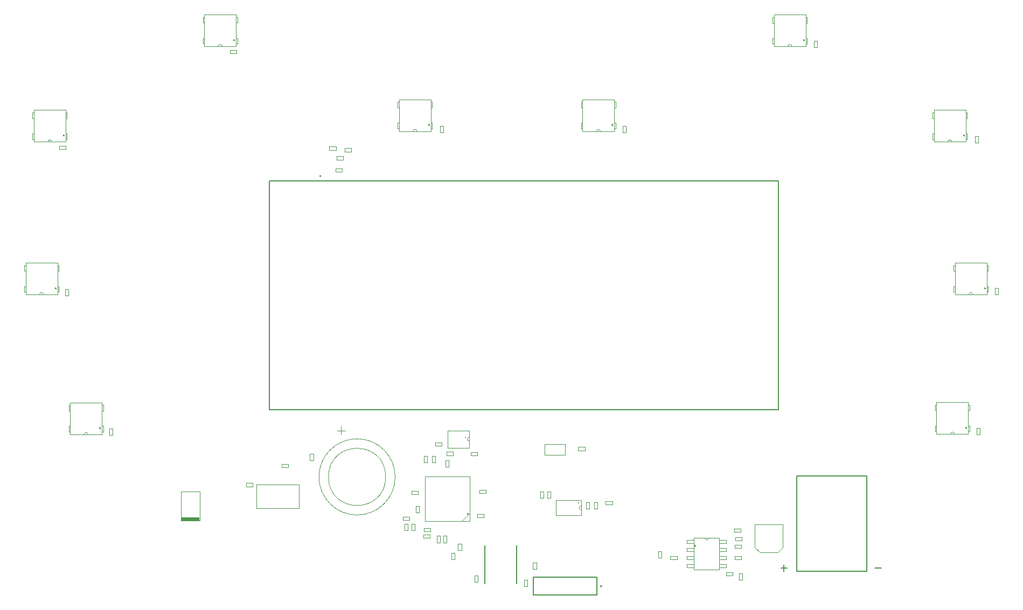
<source format=gbr>
%TF.GenerationSoftware,Altium Limited,Altium Designer,24.6.1 (21)*%
G04 Layer_Color=16711935*
%FSLAX45Y45*%
%MOMM*%
%TF.SameCoordinates,D6E34864-ACFE-43FA-A01B-F9739AC3D18D*%
%TF.FilePolarity,Positive*%
%TF.FileFunction,Other,Mechanical_13*%
%TF.Part,Single*%
G01*
G75*
%TA.AperFunction,NonConductor*%
%ADD35C,0.20000*%
%ADD52C,0.00000*%
%ADD54C,0.12700*%
%ADD56C,0.09000*%
%ADD79C,0.10000*%
%ADD80C,0.02540*%
%ADD81R,2.92000X0.61870*%
D35*
X-3105390Y9952010D02*
G03*
X-3105390Y9952010I-10000J0D01*
G01*
X1306810Y3504410D02*
G03*
X1306810Y3504410I-10000J0D01*
G01*
D52*
X2927830Y4262600D02*
G03*
X2988790Y4262600I30480J0D01*
G01*
X6849590Y5895820D02*
G03*
X6788630Y5895820I-30480J0D01*
G01*
X7141690Y8091720D02*
G03*
X7080730Y8091720I-30480J0D01*
G01*
X6811490Y10491720D02*
G03*
X6750530Y10491720I-30480J0D01*
G01*
X4296890Y11991720D02*
G03*
X4235930Y11991720I-30480J0D01*
G01*
X1286990Y10658320D02*
G03*
X1226030Y10658320I-30480J0D01*
G01*
X-1595910D02*
G03*
X-1656870Y10658320I-30480J0D01*
G01*
X-4656610Y11991820D02*
G03*
X-4717570Y11991820I-30480J0D01*
G01*
X-7336310Y10491720D02*
G03*
X-7397270Y10491720I-30480J0D01*
G01*
X-7463310Y8091720D02*
G03*
X-7524270Y8091720I-30480J0D01*
G01*
X-6764810Y5891720D02*
G03*
X-6825770Y5891720I-30480J0D01*
G01*
X-1937350Y5222911D02*
G03*
X-1937350Y5222911I-599440J0D01*
G01*
X-2087210D02*
G03*
X-2087210Y5222911I-449580J0D01*
G01*
X986000Y4766790D02*
G03*
X986000Y4705830I0J-30480D01*
G01*
X951730Y4813780D02*
G03*
X951730Y4813780I-7620J0D01*
G01*
X-770410Y5846290D02*
G03*
X-770410Y5785330I0J-30480D01*
G01*
X-822970Y5840810D02*
G03*
X-822970Y5840810I-7620J0D01*
G01*
D54*
X-3915390Y9877010D02*
X4084610D01*
Y6277010D02*
Y9877010D01*
X-3915390Y6277010D02*
X4084610D01*
X-3915390D02*
Y9877010D01*
X5474010Y3739210D02*
Y5239210D01*
X4174010Y3739210D02*
Y3839210D01*
X4124010Y3789210D02*
X4224010D01*
X5599010D02*
X5699010D01*
X4374010Y3739210D02*
Y5239210D01*
Y3739210D02*
X5474010D01*
X4374010Y5239210D02*
X5474010D01*
X-30190Y3547310D02*
Y4147310D01*
X-530190Y3547310D02*
Y4147310D01*
X1231810Y3364410D02*
Y3644410D01*
X231810Y3364410D02*
X1231810D01*
X231810D02*
Y3644410D01*
X1231810D01*
D56*
X2765270Y4152972D02*
X2785264Y4132979D01*
X2765270D02*
X2785264Y4152972D01*
X2765270Y4142975D02*
X2785264D01*
X2775267Y4132979D02*
Y4152972D01*
X7043900Y5989039D02*
X7023907Y6009032D01*
X7043900D02*
X7023907Y5989039D01*
X7043900Y5999035D02*
X7023907D01*
X7033904Y6009032D02*
Y5989039D01*
X7336000Y8184939D02*
X7316007Y8204932D01*
X7336000D02*
X7316007Y8184939D01*
X7336000Y8194935D02*
X7316007D01*
X7326004Y8204932D02*
Y8184939D01*
X7005800Y10584938D02*
X6985807Y10604932D01*
X7005800D02*
X6985807Y10584938D01*
X7005800Y10594935D02*
X6985807D01*
X6995804Y10604932D02*
Y10584938D01*
X4491200Y12084938D02*
X4471207Y12104932D01*
X4491200D02*
X4471207Y12084938D01*
X4491200Y12094935D02*
X4471207D01*
X4481204Y12104932D02*
Y12084938D01*
X1481300Y10751539D02*
X1461307Y10771532D01*
X1481300D02*
X1461307Y10751539D01*
X1481300Y10761535D02*
X1461307D01*
X1471304Y10771532D02*
Y10751539D01*
X-1401600D02*
X-1421593Y10771532D01*
X-1401600D02*
X-1421593Y10751539D01*
X-1401600Y10761535D02*
X-1421593D01*
X-1411596Y10771532D02*
Y10751539D01*
X-4462300Y12085039D02*
X-4482293Y12105032D01*
X-4462300D02*
X-4482293Y12085039D01*
X-4462300Y12095035D02*
X-4482293D01*
X-4472296Y12105032D02*
Y12085039D01*
X-7142000Y10584938D02*
X-7161993Y10604932D01*
X-7142000D02*
X-7161993Y10584938D01*
X-7142000Y10594935D02*
X-7161993D01*
X-7151996Y10604932D02*
Y10584938D01*
X-7269000Y8184939D02*
X-7288993Y8204932D01*
X-7269000D02*
X-7288993Y8184939D01*
X-7269000Y8194935D02*
X-7288993D01*
X-7278996Y8204932D02*
Y8184939D01*
X-6570500Y5984938D02*
X-6590493Y6004932D01*
X-6570500D02*
X-6590493Y5984938D01*
X-6570500Y5994935D02*
X-6590493D01*
X-6580496Y6004932D02*
Y5984938D01*
X-786920Y4634519D02*
X-806913Y4654512D01*
X-786920D02*
X-806913Y4634519D01*
X-786920Y4644515D02*
X-806913D01*
X-796916Y4654512D02*
Y4634519D01*
D79*
X-1183200Y4189300D02*
Y4294300D01*
X-1128200Y4189300D02*
Y4294300D01*
X-1183200Y4189300D02*
X-1128200D01*
X-1183200Y4294300D02*
X-1128200D01*
X-1284800Y4189300D02*
Y4294300D01*
X-1229800Y4189300D02*
Y4294300D01*
X-1284800Y4189300D02*
X-1229800D01*
X-1284800Y4294300D02*
X-1229800D01*
X-1492500Y4266600D02*
Y4318600D01*
X-1389500Y4266600D02*
Y4318600D01*
X-1492500D02*
X-1389500D01*
X-1492500Y4266600D02*
X-1389500D01*
X-1486600Y4368200D02*
Y4420200D01*
X-1383600Y4368200D02*
Y4420200D01*
X-1486600D02*
X-1383600D01*
X-1486600Y4368200D02*
X-1383600D01*
X2247710Y3948210D02*
Y4051210D01*
X2195710Y3948210D02*
Y4051210D01*
X2247710D01*
X2195710Y3948210D02*
X2247710D01*
X2385110Y3921410D02*
Y3976410D01*
X2490110Y3921410D02*
Y3976410D01*
X2385110D02*
X2490110D01*
X2385110Y3921410D02*
X2490110D01*
X3366410Y3667410D02*
Y3722410D01*
X3261410Y3667410D02*
Y3722410D01*
Y3667410D02*
X3366410D01*
X3261410Y3722410D02*
X3366410D01*
X3517710Y3605310D02*
Y3708310D01*
X3465710Y3605310D02*
Y3708310D01*
X3517710D01*
X3465710Y3605310D02*
X3517710D01*
X3402110Y3974910D02*
X3505110D01*
X3402110Y3922910D02*
X3505110D01*
X3402110D02*
Y3974910D01*
X3505110Y3922910D02*
Y3974910D01*
X3402110Y4152710D02*
X3505110D01*
X3402110Y4100710D02*
X3505110D01*
X3402110D02*
Y4152710D01*
X3505110Y4100710D02*
Y4152710D01*
X3406587Y4270910D02*
X3509587D01*
X3406587Y4218910D02*
X3509587D01*
X3406587D02*
Y4270910D01*
X3509587Y4218910D02*
Y4270910D01*
X3388410Y4353210D02*
Y4408210D01*
X3493410Y4353210D02*
Y4408210D01*
X3388410D02*
X3493410D01*
X3388410Y4353210D02*
X3493410D01*
X4156210Y4113711D02*
Y4473710D01*
X3716210Y4113710D02*
Y4478710D01*
X3796210Y4033710D02*
X4076210D01*
X4156210Y4113711D01*
X3716210Y4478710D02*
X4156210Y4473710D01*
X3716210Y4113710D02*
X3796210Y4033710D01*
X7251510Y5891310D02*
Y5994310D01*
X7199510Y5891310D02*
Y5994310D01*
X7251510D01*
X7199510Y5891310D02*
X7251510D01*
X7543610Y8088410D02*
Y8191410D01*
X7491610Y8088410D02*
Y8191410D01*
X7543610D01*
X7491610Y8088410D02*
X7543610D01*
X7226110Y10476010D02*
Y10579010D01*
X7174110Y10476010D02*
Y10579010D01*
X7226110D01*
X7174110Y10476010D02*
X7226110D01*
X4646810Y11974610D02*
X4698810D01*
Y12077610D01*
X4646810Y11974610D02*
Y12077610D01*
X4698810D01*
X1688910Y10641110D02*
Y10744110D01*
X1636910Y10641110D02*
Y10744110D01*
X1688910D01*
X1636910Y10641110D02*
X1688910D01*
X-1181290D02*
Y10744110D01*
X-1233290Y10641110D02*
Y10744110D01*
X-1181290D01*
X-1233290Y10641110D02*
X-1181290D01*
X-4535390Y11885810D02*
X-4432390D01*
X-4535390Y11937810D02*
X-4432390D01*
Y11885810D02*
Y11937810D01*
X-4535390Y11885810D02*
Y11937810D01*
X-7215090Y10374510D02*
X-7112090D01*
X-7215090Y10426510D02*
X-7112090D01*
Y10374510D02*
Y10426510D01*
X-7215090Y10374510D02*
Y10426510D01*
X-7074090Y8075710D02*
Y8178710D01*
X-7126090Y8075710D02*
Y8178710D01*
X-7074090D01*
X-7126090Y8075710D02*
X-7074090D01*
X-5302990Y4531710D02*
Y4991710D01*
X-5010990Y4531710D02*
Y4991710D01*
X-5302990Y4531710D02*
X-5010990D01*
X-5302990Y4991710D02*
X-5010990D01*
X-4283190Y5071610D02*
X-4180190D01*
X-4283190Y5123610D02*
X-4180190D01*
Y5071610D02*
Y5123610D01*
X-4283190Y5071610D02*
Y5123610D01*
X-4119600Y4729900D02*
Y5099900D01*
X-3449600Y4729900D02*
Y5099900D01*
X-4119600Y4729900D02*
X-3449600D01*
X-4119600Y5099900D02*
X-3449600D01*
X-3721800Y5423500D02*
X-3618800D01*
X-3721800Y5371500D02*
X-3618800D01*
X-3721800D02*
Y5423500D01*
X-3618800Y5371500D02*
Y5423500D01*
X-3279490Y5588910D02*
X-3224490D01*
X-3279490Y5483910D02*
X-3224490D01*
Y5588910D01*
X-3279490Y5483910D02*
Y5588910D01*
X-750790Y5613210D02*
X-647790D01*
X-750790Y5561210D02*
X-647790D01*
X-750790D02*
Y5613210D01*
X-647790Y5561210D02*
Y5613210D01*
X-1309590Y5765610D02*
X-1206590D01*
X-1309590Y5713610D02*
X-1206590D01*
X-1309590D02*
Y5765610D01*
X-1206590Y5713610D02*
Y5765610D01*
X-1132790Y5559710D02*
Y5614710D01*
X-1027790Y5559710D02*
Y5614710D01*
X-1132790D02*
X-1027790D01*
X-1132790Y5559710D02*
X-1027790D01*
X-1144390Y5383310D02*
Y5486310D01*
X-1092390Y5383310D02*
Y5486310D01*
X-1144390Y5383310D02*
X-1092390D01*
X-1144390Y5486310D02*
X-1092390D01*
X-1360290Y5446810D02*
Y5549810D01*
X-1308290Y5446810D02*
Y5549810D01*
X-1360290Y5446810D02*
X-1308290D01*
X-1360290Y5549810D02*
X-1308290D01*
X-1487290D02*
X-1435290D01*
X-1487290Y5446810D02*
Y5549810D01*
X-1435290Y5446810D02*
Y5549810D01*
X-1487290Y5446810D02*
X-1435290D01*
X-1677890Y4951610D02*
Y5003610D01*
Y4951610D02*
X-1574890D01*
X-1677890Y5003610D02*
X-1574890D01*
Y4951610D02*
Y5003610D01*
X-1614290Y4659410D02*
Y4762410D01*
X-1562290Y4659410D02*
Y4762410D01*
X-1614290Y4659410D02*
X-1562290D01*
X-1614290Y4762410D02*
X-1562290D01*
X-1816800Y4546000D02*
X-1713800D01*
X-1816800Y4598000D02*
X-1713800D01*
Y4546000D02*
Y4598000D01*
X-1816800Y4546000D02*
Y4598000D01*
X-1791300Y4380800D02*
X-1739300D01*
X-1791300Y4483800D02*
X-1739300D01*
X-1791300Y4380800D02*
Y4483800D01*
X-1739300Y4380800D02*
Y4483800D01*
X-1625000Y4380800D02*
Y4483800D01*
X-1677000Y4380800D02*
Y4483800D01*
X-1625000D01*
X-1677000Y4380800D02*
X-1625000D01*
X-1002700Y3923600D02*
Y4026600D01*
X-1054700Y3923600D02*
Y4026600D01*
X-1002700D01*
X-1054700Y3923600D02*
X-1002700D01*
X-948683Y4068610D02*
X-896683D01*
Y4171610D01*
X-948683Y4068610D02*
Y4171610D01*
X-896683D01*
X-687190Y3567210D02*
X-635190D01*
X-687190Y3670210D02*
X-635190D01*
X-687190Y3567210D02*
Y3670210D01*
X-635190Y3567210D02*
Y3670210D01*
X141010Y3502710D02*
Y3607710D01*
X86010Y3502710D02*
Y3607710D01*
X141010D01*
X86010Y3502710D02*
X141010D01*
X280710Y3769410D02*
Y3874410D01*
X225710Y3769410D02*
Y3874410D01*
X280710D01*
X225710Y3769410D02*
X280710D01*
X408210Y5733210D02*
X733210D01*
X408210Y5568210D02*
X733210D01*
X408210D02*
Y5733210D01*
X733210Y5568210D02*
Y5733210D01*
X1042310Y5635910D02*
Y5690910D01*
X937310Y5635910D02*
Y5690910D01*
Y5635910D02*
X1042310D01*
X937310Y5690910D02*
X1042310D01*
X1369110Y4785010D02*
Y4840010D01*
X1474110Y4785010D02*
Y4840010D01*
X1369110D02*
X1474110D01*
X1369110Y4785010D02*
X1474110D01*
X1244410Y4722910D02*
Y4825910D01*
X1192410Y4722910D02*
Y4825910D01*
X1244410D01*
X1192410Y4722910D02*
X1244410D01*
X1065410D02*
Y4825910D01*
X1117410Y4722910D02*
Y4825910D01*
X1065410Y4722910D02*
X1117410D01*
X1065410Y4825910D02*
X1117410D01*
X455810Y4888010D02*
Y4991010D01*
X507810Y4888010D02*
Y4991010D01*
X455810Y4888010D02*
X507810D01*
X455810Y4991010D02*
X507810D01*
X393510Y4888010D02*
Y4991010D01*
X341510Y4888010D02*
Y4991010D01*
X393510D01*
X341510Y4888010D02*
X393510D01*
X-508090Y4964310D02*
Y5016310D01*
X-611090Y4964310D02*
Y5016310D01*
Y4964310D02*
X-508090D01*
X-611090Y5016310D02*
X-508090D01*
X-2859990Y10262910D02*
X-2754990D01*
X-2859990Y10207910D02*
X-2754990D01*
X-2859990D02*
Y10262910D01*
X-2754990Y10207910D02*
Y10262910D01*
X-2768690Y10018910D02*
Y10070910D01*
X-2871690Y10018910D02*
Y10070910D01*
Y10018910D02*
X-2768690D01*
X-2871690Y10070910D02*
X-2768690D01*
X-2732990Y10389910D02*
X-2627990D01*
X-2732990Y10334910D02*
X-2627990D01*
X-2732990D02*
Y10389910D01*
X-2627990Y10334910D02*
Y10389910D01*
X-2974290Y10415310D02*
X-2869290D01*
X-2974290Y10360310D02*
X-2869290D01*
X-2974290D02*
Y10415310D01*
X-2869290Y10360310D02*
Y10415310D01*
X-546190Y4583310D02*
Y4635310D01*
X-649190Y4583310D02*
Y4635310D01*
Y4583310D02*
X-546190D01*
X-649190Y4635310D02*
X-546190D01*
X-6427590Y5878610D02*
X-6375590D01*
X-6427590Y5981610D02*
X-6375590D01*
X-6427590Y5878610D02*
Y5981610D01*
X-6375590Y5878610D02*
Y5981610D01*
D80*
X2648430Y3796510D02*
X2758920D01*
X2648430D02*
Y3847310D01*
X2758920D01*
Y3796510D02*
Y3847310D01*
X2648430Y3923510D02*
X2758920D01*
X2648430D02*
Y3974310D01*
X2758920D01*
Y3923510D02*
Y3974310D01*
X2648430Y4050510D02*
X2758920D01*
X2648430D02*
Y4101310D01*
X2758920D01*
Y4050510D02*
Y4101310D01*
X2648430Y4177510D02*
X2758920D01*
X2648430D02*
Y4228310D01*
X2758920D01*
Y4177510D02*
Y4228310D01*
Y3762220D02*
Y4262600D01*
X3157700D01*
Y3762220D02*
Y4262600D01*
X2758920Y3762220D02*
X3157700D01*
Y4228310D02*
X3268190D01*
Y4177510D02*
Y4228310D01*
X3157700Y4177510D02*
X3268190D01*
X3157700D02*
Y4228310D01*
Y4101310D02*
X3268190D01*
Y4050510D02*
Y4101310D01*
X3157700Y4050510D02*
X3268190D01*
X3157700D02*
Y4101310D01*
Y3974310D02*
X3268190D01*
Y3923510D02*
Y3974310D01*
X3157700Y3923510D02*
X3268190D01*
X3157700D02*
Y3974310D01*
Y3847310D02*
X3268190D01*
Y3796510D02*
Y3847310D01*
X3157700Y3796510D02*
X3268190D01*
X3157700D02*
Y3847310D01*
X7069300Y5895820D02*
Y6396200D01*
X6568920Y5895820D02*
X7069300D01*
X6568920D02*
Y6396200D01*
X7069300D01*
X6548600Y5936560D02*
X6568920D01*
X6548600D02*
Y6025460D01*
X6568920D01*
Y5936560D02*
Y6025460D01*
X6548600Y6266560D02*
X6568920D01*
X6548600D02*
Y6355460D01*
X6568920D01*
Y6266560D02*
Y6355460D01*
X7069300D02*
X7089620D01*
Y6266560D02*
Y6355460D01*
X7069300Y6266560D02*
X7089620D01*
X7069300D02*
Y6355460D01*
Y6025460D02*
X7089620D01*
Y5936560D02*
Y6025460D01*
X7069300Y5936560D02*
X7089620D01*
X7069300D02*
Y6025460D01*
X7361400Y8091720D02*
Y8592100D01*
X6861020Y8091720D02*
X7361400D01*
X6861020D02*
Y8592100D01*
X7361400D01*
X6840700Y8132460D02*
X6861020D01*
X6840700D02*
Y8221360D01*
X6861020D01*
Y8132460D02*
Y8221360D01*
X6840700Y8462460D02*
X6861020D01*
X6840700D02*
Y8551360D01*
X6861020D01*
Y8462460D02*
Y8551360D01*
X7361400D02*
X7381720D01*
Y8462460D02*
Y8551360D01*
X7361400Y8462460D02*
X7381720D01*
X7361400D02*
Y8551360D01*
Y8221360D02*
X7381720D01*
Y8132460D02*
Y8221360D01*
X7361400Y8132460D02*
X7381720D01*
X7361400D02*
Y8221360D01*
X7031200Y10532460D02*
Y10621360D01*
Y10532460D02*
X7051520D01*
Y10621360D01*
X7031200D02*
X7051520D01*
X7031200Y10862460D02*
Y10951360D01*
Y10862460D02*
X7051520D01*
Y10951360D01*
X7031200D02*
X7051520D01*
X6530820Y10862460D02*
Y10951360D01*
X6510500D02*
X6530820D01*
X6510500Y10862460D02*
Y10951360D01*
Y10862460D02*
X6530820D01*
Y10532460D02*
Y10621360D01*
X6510500D02*
X6530820D01*
X6510500Y10532460D02*
Y10621360D01*
Y10532460D02*
X6530820D01*
Y10992100D02*
X7031200D01*
X6530820Y10491720D02*
Y10992100D01*
Y10491720D02*
X7031200D01*
Y10992100D01*
X4516600Y11991720D02*
Y12492100D01*
X4016220Y11991720D02*
X4516600D01*
X4016220D02*
Y12492100D01*
X4516600D01*
X3995900Y12032460D02*
X4016220D01*
X3995900D02*
Y12121360D01*
X4016220D01*
Y12032460D02*
Y12121360D01*
X3995900Y12362460D02*
X4016220D01*
X3995900D02*
Y12451360D01*
X4016220D01*
Y12362460D02*
Y12451360D01*
X4516600D02*
X4536920D01*
Y12362460D02*
Y12451360D01*
X4516600Y12362460D02*
X4536920D01*
X4516600D02*
Y12451360D01*
Y12121360D02*
X4536920D01*
Y12032460D02*
Y12121360D01*
X4516600Y12032460D02*
X4536920D01*
X4516600D02*
Y12121360D01*
X1506700Y10658320D02*
Y11158700D01*
X1006320Y10658320D02*
X1506700D01*
X1006320D02*
Y11158700D01*
X1506700D01*
X986000Y10699060D02*
X1006320D01*
X986000D02*
Y10787960D01*
X1006320D01*
Y10699060D02*
Y10787960D01*
X986000Y11029060D02*
X1006320D01*
X986000D02*
Y11117960D01*
X1006320D01*
Y11029060D02*
Y11117960D01*
X1506700D02*
X1527020D01*
Y11029060D02*
Y11117960D01*
X1506700Y11029060D02*
X1527020D01*
X1506700D02*
Y11117960D01*
Y10787960D02*
X1527020D01*
Y10699060D02*
Y10787960D01*
X1506700Y10699060D02*
X1527020D01*
X1506700D02*
Y10787960D01*
X-1376200Y10658320D02*
Y11158700D01*
X-1876580Y10658320D02*
X-1376200D01*
X-1876580D02*
Y11158700D01*
X-1376200D01*
X-1896900Y10699060D02*
X-1876580D01*
X-1896900D02*
Y10787960D01*
X-1876580D01*
Y10699060D02*
Y10787960D01*
X-1896900Y11029060D02*
X-1876580D01*
X-1896900D02*
Y11117960D01*
X-1876580D01*
Y11029060D02*
Y11117960D01*
X-1376200D02*
X-1355880D01*
Y11029060D02*
Y11117960D01*
X-1376200Y11029060D02*
X-1355880D01*
X-1376200D02*
Y11117960D01*
Y10787960D02*
X-1355880D01*
Y10699060D02*
Y10787960D01*
X-1376200Y10699060D02*
X-1355880D01*
X-1376200D02*
Y10787960D01*
X-4937280Y12492200D02*
X-4436900D01*
X-4957600Y12032560D02*
X-4937280D01*
X-4957600D02*
Y12121460D01*
X-4937280D01*
Y12032560D02*
Y12121460D01*
X-4957600Y12362560D02*
X-4937280D01*
X-4957600D02*
Y12451460D01*
X-4937280D01*
Y12362560D02*
Y12451460D01*
X-4436900D02*
X-4416580D01*
Y12362560D02*
Y12451460D01*
X-4436900Y12362560D02*
X-4416580D01*
X-4436900D02*
Y12451460D01*
Y12121460D02*
X-4416580D01*
Y12032560D02*
Y12121460D01*
X-4436900Y12032560D02*
X-4416580D01*
X-4436900D02*
Y12121460D01*
Y11991820D02*
Y12492200D01*
X-4937280Y11991820D02*
X-4436900D01*
X-4937280D02*
Y12492200D01*
X-7116600Y10862460D02*
Y10951360D01*
Y10621360D02*
X-7096280D01*
Y10532460D02*
Y10621360D01*
X-7116600Y10532460D02*
X-7096280D01*
X-7116600D02*
Y10621360D01*
Y10491720D02*
Y10992100D01*
X-7616980Y10491720D02*
X-7116600D01*
X-7616980D02*
Y10992100D01*
X-7116600D01*
X-7637300Y10532460D02*
X-7616980D01*
X-7637300D02*
Y10621360D01*
X-7616980D01*
Y10532460D02*
Y10621360D01*
X-7637300Y10862460D02*
X-7616980D01*
X-7637300D02*
Y10951360D01*
X-7616980D01*
Y10862460D02*
Y10951360D01*
X-7116600D02*
X-7096280D01*
Y10862460D02*
Y10951360D01*
X-7116600Y10862460D02*
X-7096280D01*
X-7243600Y8091720D02*
Y8592100D01*
X-7743980Y8091720D02*
X-7243600D01*
X-7743980D02*
Y8592100D01*
X-7243600D01*
X-7764300Y8132460D02*
X-7743980D01*
X-7764300D02*
Y8221360D01*
X-7743980D01*
Y8132460D02*
Y8221360D01*
X-7764300Y8462460D02*
X-7743980D01*
X-7764300D02*
Y8551360D01*
X-7743980D01*
Y8462460D02*
Y8551360D01*
X-7243600D02*
X-7223280D01*
Y8462460D02*
Y8551360D01*
X-7243600Y8462460D02*
X-7223280D01*
X-7243600D02*
Y8551360D01*
Y8221360D02*
X-7223280D01*
Y8132460D02*
Y8221360D01*
X-7243600Y8132460D02*
X-7223280D01*
X-7243600D02*
Y8221360D01*
X-6545100Y5891720D02*
Y6392100D01*
X-7045480Y5891720D02*
X-6545100D01*
X-7045480D02*
Y6392100D01*
X-6545100D01*
X-7065800Y5932460D02*
X-7045480D01*
X-7065800D02*
Y6021360D01*
X-7045480D01*
Y5932460D02*
Y6021360D01*
X-7065800Y6262460D02*
X-7045480D01*
X-7065800D02*
Y6351360D01*
X-7045480D01*
Y6262460D02*
Y6351360D01*
X-6545100D02*
X-6524780D01*
Y6262460D02*
Y6351360D01*
X-6545100Y6262460D02*
X-6524780D01*
X-6545100D02*
Y6351360D01*
Y6021360D02*
X-6524780D01*
Y5932460D02*
Y6021360D01*
X-6545100Y5932460D02*
X-6524780D01*
X-6545100D02*
Y6021360D01*
X-2786790Y5885851D02*
Y6012851D01*
X-2850290Y5949351D02*
X-2723290D01*
X-1029820Y4525490D02*
X-1006960D01*
X-1069820D02*
X-1046960D01*
X-1069820D02*
X-1046960D01*
X-1109820D02*
X-1086960D01*
X-1109820D02*
X-1086960D01*
X-1149820D02*
X-1126960D01*
X-1149820D02*
X-1126960D01*
X-1189820D02*
X-1166960D01*
X-1189820D02*
X-1166960D01*
X-1229820D02*
X-1206960D01*
X-1229820D02*
X-1206960D01*
X-1269820D02*
X-1246960D01*
X-1269820D02*
X-1246960D01*
X-1309820D02*
X-1286960D01*
X-1309820D02*
X-1286960D01*
X-1349820D02*
X-1326960D01*
X-1349820D02*
X-1326960D01*
X-1389820D02*
X-1366960D01*
X-1389820D02*
X-1366960D01*
X-894870D02*
X-767870Y4652490D01*
X-1389820Y5226530D02*
X-1366960D01*
X-1349820D02*
X-1326960D01*
X-1349820D02*
X-1326960D01*
X-1309820D02*
X-1286960D01*
X-1309820D02*
X-1286960D01*
X-1269820D02*
X-1246960D01*
X-1269820D02*
X-1246960D01*
X-1229820D02*
X-1206960D01*
X-1229820D02*
X-1206960D01*
X-1189820D02*
X-1166960D01*
X-1189820D02*
X-1166960D01*
X-1149820D02*
X-1126960D01*
X-1149820D02*
X-1126960D01*
X-1109820D02*
X-1086960D01*
X-1109820D02*
X-1086960D01*
X-1069820D02*
X-1046960D01*
X-1069820D02*
X-1046960D01*
X-1029820D02*
X-1006960D01*
X-1029820D02*
X-1006960D01*
X-989820D02*
X-966960D01*
X-989820D02*
X-966960D01*
X-949820D02*
X-926960D01*
X-949820D02*
X-926960D01*
X-909820D02*
X-886960D01*
X-909820D02*
X-886960D01*
X-869820D02*
X-846960D01*
X-869820D02*
X-846960D01*
X-767870Y5124580D02*
Y5147440D01*
Y5124580D02*
Y5147440D01*
Y5084580D02*
Y5107440D01*
Y5084580D02*
Y5107440D01*
Y5044580D02*
Y5067440D01*
Y5044580D02*
Y5067440D01*
Y5004580D02*
Y5027440D01*
Y5004580D02*
Y5027440D01*
Y4964580D02*
Y4987440D01*
Y4964580D02*
Y4987440D01*
Y4924580D02*
Y4947440D01*
Y4924580D02*
Y4947440D01*
Y4884580D02*
Y4907440D01*
Y4884580D02*
Y4907440D01*
Y4844580D02*
Y4867440D01*
Y4844580D02*
Y4867440D01*
Y4804580D02*
Y4827440D01*
Y4804580D02*
Y4827440D01*
Y4764580D02*
Y4787440D01*
Y4764580D02*
Y4787440D01*
Y4724580D02*
Y4747440D01*
Y4724580D02*
Y4747440D01*
Y4684580D02*
Y4707440D01*
Y4684580D02*
Y4707440D01*
Y4644580D02*
Y4667440D01*
Y4644580D02*
Y4667440D01*
Y4604580D02*
Y4627440D01*
Y4604580D02*
Y4627440D01*
X-869820Y4525490D02*
X-846960D01*
X-869820D02*
X-846960D01*
X-909820D02*
X-886960D01*
X-909820D02*
X-886960D01*
X-949820D02*
X-926960D01*
X-949820D02*
X-926960D01*
X-989820D02*
X-966960D01*
X-989820D02*
X-966960D01*
X-1029820D02*
X-1006960D01*
X-767870D02*
Y5226530D01*
X-1468910Y4525490D02*
X-767870D01*
X-1468910D02*
Y5226530D01*
X-767870D01*
X-1468910Y4604580D02*
Y4627440D01*
Y4604580D02*
Y4627440D01*
Y4644580D02*
Y4667440D01*
Y4644580D02*
Y4667440D01*
Y4684580D02*
Y4707440D01*
Y4684580D02*
Y4707440D01*
Y4724580D02*
Y4747440D01*
Y4724580D02*
Y4747440D01*
Y4764580D02*
Y4787440D01*
Y4764580D02*
Y4787440D01*
Y4804580D02*
Y4827440D01*
Y4804580D02*
Y4827440D01*
Y4844580D02*
Y4867440D01*
Y4844580D02*
Y4867440D01*
Y4884580D02*
Y4907440D01*
Y4884580D02*
Y4907440D01*
Y4924580D02*
Y4947440D01*
Y4924580D02*
Y4947440D01*
Y4964580D02*
Y4987440D01*
Y4964580D02*
Y4987440D01*
Y5004580D02*
Y5027440D01*
Y5004580D02*
Y5027440D01*
Y5044580D02*
Y5067440D01*
Y5044580D02*
Y5067440D01*
Y5084580D02*
Y5107440D01*
Y5084580D02*
Y5107440D01*
Y5124580D02*
Y5147440D01*
Y5124580D02*
Y5147440D01*
X-1389820Y5226530D02*
X-1366960D01*
X587220Y4618200D02*
Y4854420D01*
Y4618200D02*
X986000D01*
Y4854420D01*
X587220D02*
X986000D01*
X-1110770Y5681190D02*
Y5950430D01*
Y5681190D02*
X-770410D01*
Y5950430D01*
X-1110770D02*
X-770410D01*
D81*
X-5156990Y4562645D02*
D03*
%TF.MD5,9671ee23835ced9b101713f6c54565dc*%
M02*

</source>
